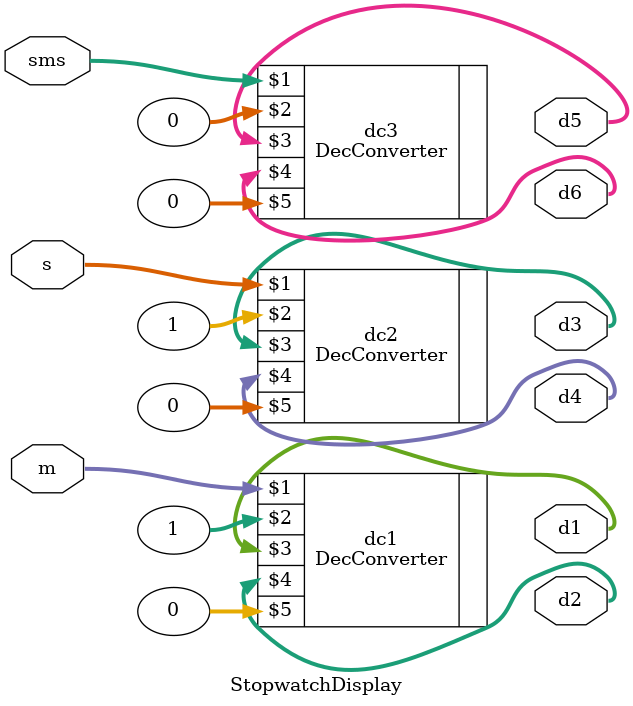
<source format=v>
`timescale 1ns / 1ps
module StopwatchDisplay(
    input [6:0] sms,
    input [6:0] s,
    input [6:0] m,
    output [6:0] d1,
    output [6:0] d2,
    output [6:0] d3,
    output [6:0] d4,
    output [6:0] d5,
    output [6:0] d6
    );
	 
	 DecConverter dc1 (m,1, d1, d2, 0);
	 DecConverter dc2 (s,1, d3, d4, 0);
	 DecConverter dc3 (sms,0, d5, d6, 0);
	 
	 
	 
	 


endmodule

</source>
